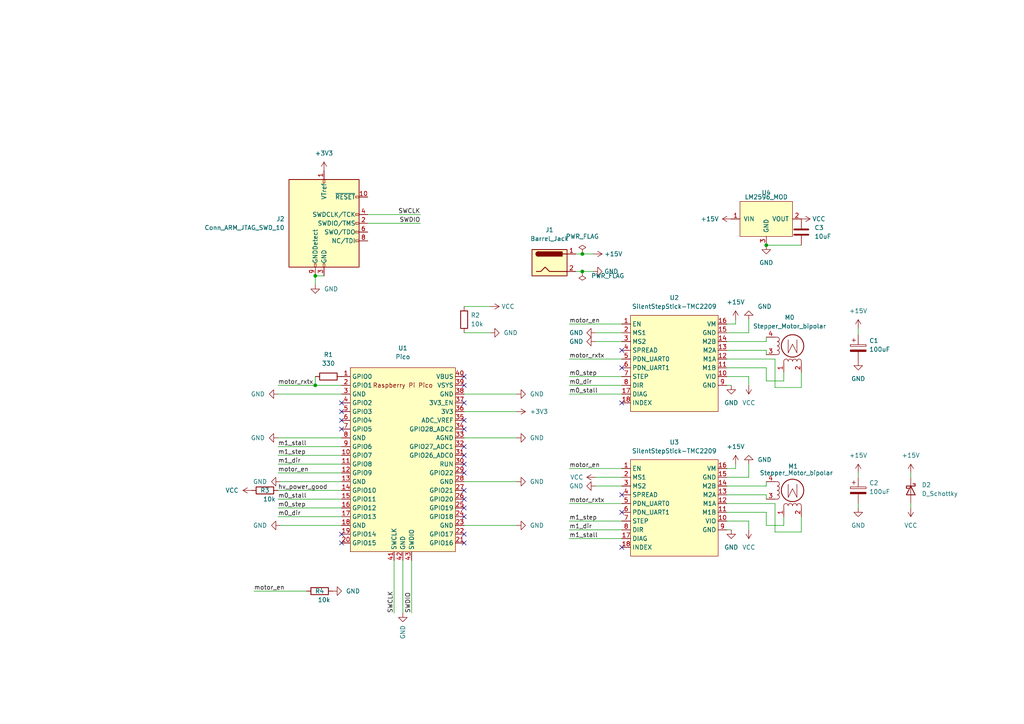
<source format=kicad_sch>
(kicad_sch (version 20211123) (generator eeschema)
  (paper "A4")
  (lib_symbols
    (symbol "Chinesium:LM2596_MOD" (pin_names (offset 1.016))
      (property "Reference" "U" (at 0 8.89 0))
      (property "Value" "LM2596_MOD" (at 0 6.35 0))
      (symbol "LM2596_MOD_0_1"
        (rectangle (start 7.62 -5.08) (end -7.62 5.08) (fill (type background)))
      )
      (symbol "LM2596_MOD_1_1"
        (pin power_in line (at -10.16 0 0) (length 2.54) (name "VIN") (number "1"))
        (pin power_out line (at 10.16 0 180) (length 2.54) (name "VOUT") (number "2"))
        (pin power_in line (at 0 -7.62 90) (length 2.54) (name "GND") (number "3"))
      )
    )
    (symbol "Connector:Barrel_Jack" (pin_names (offset 1.016))
      (property "Reference" "J" (at 0 5.334 0))
      (property "Value" "Barrel_Jack" (at 0 -5.08 0))
      (symbol "Barrel_Jack_0_1"
        (rectangle (start -5.08 3.81) (end 5.08 -3.81) (stroke (width 0.254)) (fill (type background)))
        (arc (start -3.302 3.175) (mid -3.937 2.54) (end -3.302 1.905) (stroke (width 0.254)))
        (arc (start -3.302 3.175) (mid -3.937 2.54) (end -3.302 1.905) (stroke (width 0.254)) (fill (type outline)))
        (polyline (pts (xy 5.08 2.54) (xy 3.81 2.54)) (stroke (width 0.254)))
        (polyline (pts (xy -3.81 -2.54) (xy -2.54 -2.54) (xy -1.27 -1.27) (xy 0 -2.54) (xy 2.54 -2.54) (xy 5.08 -2.54)) (stroke (width 0.254)))
        (rectangle (start 3.683 3.175) (end -3.302 1.905) (stroke (width 0.254)) (fill (type outline)))
      )
      (symbol "Barrel_Jack_1_1"
        (pin passive line (at 7.62 2.54 180) (length 2.54) (name "~") (number "1"))
        (pin passive line (at 7.62 -2.54 180) (length 2.54) (name "~") (number "2"))
      )
    )
    (symbol "Connector:Conn_ARM_JTAG_SWD_10" (pin_names (offset 1.016))
      (property "Reference" "J" (at -2.54 16.51 0))
      (property "Value" "Conn_ARM_JTAG_SWD_10" (at -2.54 13.97 0))
      (symbol "Conn_ARM_JTAG_SWD_10_0_1"
        (rectangle (start -10.16 12.7) (end 10.16 -12.7) (stroke (width 0.254)) (fill (type background)))
        (rectangle (start -2.794 -12.7) (end -2.286 -11.684))
        (rectangle (start -0.254 -12.7) (end 0.254 -11.684))
        (rectangle (start -0.254 12.7) (end 0.254 11.684))
        (rectangle (start 9.144 2.286) (end 10.16 2.794))
        (rectangle (start 10.16 -2.794) (end 9.144 -2.286))
        (rectangle (start 10.16 -0.254) (end 9.144 0.254))
        (rectangle (start 10.16 7.874) (end 9.144 7.366))
      )
      (symbol "Conn_ARM_JTAG_SWD_10_1_1"
        (rectangle (start 9.144 -5.334) (end 10.16 -4.826))
        (pin power_in line (at 0 15.24 270) (length 2.54) (name "VTref") (number "1"))
        (pin open_collector line (at 12.7 7.62 180) (length 2.54) (name "~{RESET}") (number "10"))
        (pin bidirectional line (at 12.7 0 180) (length 2.54) (name "SWDIO/TMS") (number "2"))
        (pin power_in line (at 0 -15.24 90) (length 2.54) (name "GND") (number "3"))
        (pin output line (at 12.7 2.54 180) (length 2.54) (name "SWDCLK/TCK") (number "4"))
        (pin passive line (at 0 -15.24 90) (length 2.54) hide (name "GND") (number "5"))
        (pin input line (at 12.7 -2.54 180) (length 2.54) (name "SWO/TDO") (number "6"))
        (pin no_connect line (at -10.16 0 0) (length 2.54) hide (name "KEY") (number "7"))
        (pin output line (at 12.7 -5.08 180) (length 2.54) (name "NC/TDI") (number "8"))
        (pin passive line (at -2.54 -15.24 90) (length 2.54) (name "GNDDetect") (number "9"))
      )
    )
    (symbol "Device:C" (pin_numbers hide) (pin_names (offset 0.254))
      (property "Reference" "C" (at 0.635 2.54 0))
      (property "Value" "C" (at 0.635 -2.54 0))
      (symbol "C_0_1"
        (polyline (pts (xy -2.032 -0.762) (xy 2.032 -0.762)) (stroke (width 0.508)))
        (polyline (pts (xy -2.032 0.762) (xy 2.032 0.762)) (stroke (width 0.508)))
      )
      (symbol "C_1_1"
        (pin passive line (at 0 3.81 270) (length 2.794) (name "~") (number "1"))
        (pin passive line (at 0 -3.81 90) (length 2.794) (name "~") (number "2"))
      )
    )
    (symbol "Device:C_Polarized" (pin_numbers hide) (pin_names (offset 0.254))
      (property "Reference" "C" (at 0.635 2.54 0))
      (property "Value" "C_Polarized" (at 0.635 -2.54 0))
      (symbol "C_Polarized_0_1"
        (rectangle (start -2.286 0.508) (end 2.286 1.016))
        (polyline (pts (xy -1.778 2.286) (xy -0.762 2.286)))
        (polyline (pts (xy -1.27 2.794) (xy -1.27 1.778)))
        (rectangle (start 2.286 -0.508) (end -2.286 -1.016) (fill (type outline)))
      )
      (symbol "C_Polarized_1_1"
        (pin passive line (at 0 3.81 270) (length 2.794) (name "~") (number "1"))
        (pin passive line (at 0 -3.81 90) (length 2.794) (name "~") (number "2"))
      )
    )
    (symbol "Device:D_Schottky" (pin_numbers hide) (pin_names (offset 1.016) hide)
      (property "Reference" "D" (at 0 2.54 0))
      (property "Value" "D_Schottky" (at 0 -2.54 0))
      (symbol "D_Schottky_0_1"
        (polyline (pts (xy 1.27 0) (xy -1.27 0)))
        (polyline (pts (xy 1.27 1.27) (xy 1.27 -1.27) (xy -1.27 0) (xy 1.27 1.27)) (stroke (width 0.254)))
        (polyline (pts (xy -1.905 0.635) (xy -1.905 1.27) (xy -1.27 1.27) (xy -1.27 -1.27) (xy -0.635 -1.27) (xy -0.635 -0.635)) (stroke (width 0.254)))
      )
      (symbol "D_Schottky_1_1"
        (pin passive line (at -3.81 0 0) (length 2.54) (name "K") (number "1"))
        (pin passive line (at 3.81 0 180) (length 2.54) (name "A") (number "2"))
      )
    )
    (symbol "Device:R" (pin_numbers hide) (pin_names (offset 0))
      (property "Reference" "R" (at 2.032 0 90))
      (property "Value" "R" (at 0 0 90))
      (symbol "R_0_1"
        (rectangle (start -1.016 -2.54) (end 1.016 2.54) (stroke (width 0.254)))
      )
      (symbol "R_1_1"
        (pin passive line (at 0 3.81 270) (length 1.27) (name "~") (number "1"))
        (pin passive line (at 0 -3.81 90) (length 1.27) (name "~") (number "2"))
      )
    )
    (symbol "MCU_RaspberryPi_and_Boards:Pico"
      (property "Reference" "U" (at -13.97 27.94 0))
      (property "Value" "Pico" (at 0 19.05 0))
      (symbol "Pico_0_0"
        (text "Raspberry Pi Pico" (at 0 21.59 0) (effects (font (size 1.27 1.27))))
      )
      (symbol "Pico_0_1"
        (rectangle (start -15.24 26.67) (end 15.24 -26.67) (fill (type background)))
      )
      (symbol "Pico_1_1"
        (pin bidirectional line (at -17.78 24.13 0) (length 2.54) (name "GPIO0") (number "1"))
        (pin bidirectional line (at -17.78 1.27 0) (length 2.54) (name "GPIO7") (number "10"))
        (pin bidirectional line (at -17.78 -1.27 0) (length 2.54) (name "GPIO8") (number "11"))
        (pin bidirectional line (at -17.78 -3.81 0) (length 2.54) (name "GPIO9") (number "12"))
        (pin power_in line (at -17.78 -6.35 0) (length 2.54) (name "GND") (number "13"))
        (pin bidirectional line (at -17.78 -8.89 0) (length 2.54) (name "GPIO10") (number "14"))
        (pin bidirectional line (at -17.78 -11.43 0) (length 2.54) (name "GPIO11") (number "15"))
        (pin bidirectional line (at -17.78 -13.97 0) (length 2.54) (name "GPIO12") (number "16"))
        (pin bidirectional line (at -17.78 -16.51 0) (length 2.54) (name "GPIO13") (number "17"))
        (pin power_in line (at -17.78 -19.05 0) (length 2.54) (name "GND") (number "18"))
        (pin bidirectional line (at -17.78 -21.59 0) (length 2.54) (name "GPIO14") (number "19"))
        (pin bidirectional line (at -17.78 21.59 0) (length 2.54) (name "GPIO1") (number "2"))
        (pin bidirectional line (at -17.78 -24.13 0) (length 2.54) (name "GPIO15") (number "20"))
        (pin bidirectional line (at 17.78 -24.13 180) (length 2.54) (name "GPIO16") (number "21"))
        (pin bidirectional line (at 17.78 -21.59 180) (length 2.54) (name "GPIO17") (number "22"))
        (pin power_in line (at 17.78 -19.05 180) (length 2.54) (name "GND") (number "23"))
        (pin bidirectional line (at 17.78 -16.51 180) (length 2.54) (name "GPIO18") (number "24"))
        (pin bidirectional line (at 17.78 -13.97 180) (length 2.54) (name "GPIO19") (number "25"))
        (pin bidirectional line (at 17.78 -11.43 180) (length 2.54) (name "GPIO20") (number "26"))
        (pin bidirectional line (at 17.78 -8.89 180) (length 2.54) (name "GPIO21") (number "27"))
        (pin power_in line (at 17.78 -6.35 180) (length 2.54) (name "GND") (number "28"))
        (pin bidirectional line (at 17.78 -3.81 180) (length 2.54) (name "GPIO22") (number "29"))
        (pin power_in line (at -17.78 19.05 0) (length 2.54) (name "GND") (number "3"))
        (pin input line (at 17.78 -1.27 180) (length 2.54) (name "RUN") (number "30"))
        (pin bidirectional line (at 17.78 1.27 180) (length 2.54) (name "GPIO26_ADC0") (number "31"))
        (pin bidirectional line (at 17.78 3.81 180) (length 2.54) (name "GPIO27_ADC1") (number "32"))
        (pin power_in line (at 17.78 6.35 180) (length 2.54) (name "AGND") (number "33"))
        (pin bidirectional line (at 17.78 8.89 180) (length 2.54) (name "GPIO28_ADC2") (number "34"))
        (pin power_in line (at 17.78 11.43 180) (length 2.54) (name "ADC_VREF") (number "35"))
        (pin power_in line (at 17.78 13.97 180) (length 2.54) (name "3V3") (number "36"))
        (pin input line (at 17.78 16.51 180) (length 2.54) (name "3V3_EN") (number "37"))
        (pin power_in line (at 17.78 19.05 180) (length 2.54) (name "GND") (number "38"))
        (pin power_in line (at 17.78 21.59 180) (length 2.54) (name "VSYS") (number "39"))
        (pin bidirectional line (at -17.78 16.51 0) (length 2.54) (name "GPIO2") (number "4"))
        (pin power_in line (at 17.78 24.13 180) (length 2.54) (name "VBUS") (number "40"))
        (pin input line (at -2.54 -29.21 90) (length 2.54) (name "SWCLK") (number "41"))
        (pin power_in line (at 0 -29.21 90) (length 2.54) (name "GND") (number "42"))
        (pin bidirectional line (at 2.54 -29.21 90) (length 2.54) (name "SWDIO") (number "43"))
        (pin bidirectional line (at -17.78 13.97 0) (length 2.54) (name "GPIO3") (number "5"))
        (pin bidirectional line (at -17.78 11.43 0) (length 2.54) (name "GPIO4") (number "6"))
        (pin bidirectional line (at -17.78 8.89 0) (length 2.54) (name "GPIO5") (number "7"))
        (pin power_in line (at -17.78 6.35 0) (length 2.54) (name "GND") (number "8"))
        (pin bidirectional line (at -17.78 3.81 0) (length 2.54) (name "GPIO6") (number "9"))
      )
    )
    (symbol "Motor:Stepper_Motor_bipolar" (pin_names (offset 0) hide)
      (property "Reference" "M" (at 3.81 2.54 0))
      (property "Value" "Stepper_Motor_bipolar" (at 3.81 1.27 0))
      (symbol "Stepper_Motor_bipolar_0_0"
        (polyline (pts (xy -1.27 -1.778) (xy -1.27 2.032) (xy 0 -0.508) (xy 1.27 2.032) (xy 1.27 -1.778)))
      )
      (symbol "Stepper_Motor_bipolar_0_1"
        (arc (start -4.445 -2.54) (mid -3.81 -1.905) (end -4.445 -1.27))
        (arc (start -4.445 -1.27) (mid -3.81 -0.635) (end -4.445 0))
        (arc (start -4.445 0) (mid -3.81 0.635) (end -4.445 1.27))
        (arc (start -4.445 1.27) (mid -3.81 1.905) (end -4.445 2.54))
        (arc (start -2.54 4.445) (mid -1.905 3.81) (end -1.27 4.445))
        (arc (start -1.27 4.445) (mid -0.635 3.81) (end 0 4.445))
        (polyline (pts (xy -5.08 -2.54) (xy -4.445 -2.54)))
        (polyline (pts (xy -5.08 2.54) (xy -4.445 2.54)))
        (polyline (pts (xy -2.54 5.08) (xy -2.54 4.445)))
        (polyline (pts (xy 2.54 5.08) (xy 2.54 4.445)))
        (circle (center 0 0) (radius 3.2512) (stroke (width 0.254)))
        (arc (start 0 4.445) (mid 0.635 3.81) (end 1.27 4.445))
        (arc (start 1.27 4.445) (mid 1.905 3.81) (end 2.54 4.445))
      )
      (symbol "Stepper_Motor_bipolar_1_1"
        (pin passive line (at -2.54 7.62 270) (length 2.54) (name "~") (number "1"))
        (pin passive line (at 2.54 7.62 270) (length 2.54) (name "-") (number "2"))
        (pin passive line (at -7.62 2.54 0) (length 2.54) (name "~") (number "3"))
        (pin passive line (at -7.62 -2.54 0) (length 2.54) (name "~") (number "4"))
      )
    )
    (symbol "film-scanner-lib:SilentStepStick-TMC2209"
      (property "Reference" "U" (at 0 -6.35 0))
      (property "Value" "SilentStepStick-TMC2209" (at 0 -8.89 0))
      (symbol "SilentStepStick-TMC2209_0_1"
        (rectangle (start -12.7 25.4) (end 12.7 -2.54) (fill (type background)))
      )
      (symbol "SilentStepStick-TMC2209_1_1"
        (pin input line (at -15.24 22.86 0) (length 2.54) (name "EN") (number "1"))
        (pin power_in line (at 15.24 7.62 180) (length 2.54) (name "VIO") (number "10"))
        (pin output line (at 15.24 10.16 180) (length 2.54) (name "M1B") (number "11"))
        (pin output line (at 15.24 12.7 180) (length 2.54) (name "M1A") (number "12"))
        (pin output line (at 15.24 15.24 180) (length 2.54) (name "M2A") (number "13"))
        (pin output line (at 15.24 17.78 180) (length 2.54) (name "M2B") (number "14"))
        (pin power_in line (at 15.24 20.32 180) (length 2.54) (name "GND") (number "15"))
        (pin power_in line (at 15.24 22.86 180) (length 2.54) (name "VM") (number "16"))
        (pin output line (at -15.24 2.54 0) (length 2.54) (name "DIAG") (number "17"))
        (pin output line (at -15.24 0 0) (length 2.54) (name "INDEX") (number "18"))
        (pin input line (at -15.24 20.32 0) (length 2.54) (name "MS1") (number "2"))
        (pin input line (at -15.24 17.78 0) (length 2.54) (name "MS2") (number "3"))
        (pin input line (at -15.24 15.24 0) (length 2.54) (name "SPREAD") (number "4"))
        (pin bidirectional line (at -15.24 12.7 0) (length 2.54) (name "PDN_UART0") (number "5"))
        (pin input line (at -15.24 10.16 0) (length 2.54) (name "PDN_UART1") (number "6"))
        (pin input line (at -15.24 7.62 0) (length 2.54) (name "STEP") (number "7"))
        (pin input line (at -15.24 5.08 0) (length 2.54) (name "DIR") (number "8"))
        (pin power_in line (at 15.24 5.08 180) (length 2.54) (name "GND") (number "9"))
      )
    )
    (symbol "power:+15V" (power) (pin_names (offset 0))
      (property "Value" "+15V" (at 0 3.556 0))
      (symbol "+15V_0_1"
        (polyline (pts (xy -0.762 1.27) (xy 0 2.54)))
        (polyline (pts (xy 0 0) (xy 0 2.54)))
        (polyline (pts (xy 0 2.54) (xy 0.762 1.27)))
      )
      (symbol "+15V_1_1"
        (pin power_in line (at 0 0 90) (length 0) hide (name "+15V") (number "1"))
      )
    )
    (symbol "power:+3V3" (power) (pin_names (offset 0))
      (property "Value" "+3V3" (at 0 3.556 0))
      (symbol "+3V3_0_1"
        (polyline (pts (xy -0.762 1.27) (xy 0 2.54)))
        (polyline (pts (xy 0 0) (xy 0 2.54)))
        (polyline (pts (xy 0 2.54) (xy 0.762 1.27)))
      )
      (symbol "+3V3_1_1"
        (pin power_in line (at 0 0 90) (length 0) hide (name "+3V3") (number "1"))
      )
    )
    (symbol "power:GND" (power) (pin_names (offset 0))
      (property "Value" "GND" (at 0 -3.81 0))
      (symbol "GND_0_1"
        (polyline (pts (xy 0 0) (xy 0 -1.27) (xy 1.27 -1.27) (xy 0 -2.54) (xy -1.27 -1.27) (xy 0 -1.27)))
      )
      (symbol "GND_1_1"
        (pin power_in line (at 0 0 270) (length 0) hide (name "GND") (number "1"))
      )
    )
    (symbol "power:PWR_FLAG" (power) (pin_numbers hide) (pin_names (offset 0) hide)
      (property "Value" "PWR_FLAG" (at 0 3.81 0))
      (symbol "PWR_FLAG_0_0"
        (pin power_out line (at 0 0 90) (length 0) (name "pwr") (number "1"))
      )
      (symbol "PWR_FLAG_0_1"
        (polyline (pts (xy 0 0) (xy 0 1.27) (xy -1.016 1.905) (xy 0 2.54) (xy 1.016 1.905) (xy 0 1.27)))
      )
    )
    (symbol "power:VCC" (power) (pin_names (offset 0))
      (property "Value" "VCC" (at 0 3.81 0))
      (symbol "VCC_0_1"
        (polyline (pts (xy -0.762 1.27) (xy 0 2.54)))
        (polyline (pts (xy 0 0) (xy 0 2.54)))
        (polyline (pts (xy 0 2.54) (xy 0.762 1.27)))
      )
      (symbol "VCC_1_1"
        (pin power_in line (at 0 0 90) (length 0) hide (name "VCC") (number "1"))
      )
    )
  )
  (junction (at 91.44 80.01))
  (junction (at 168.91 73.66))
  (junction (at 91.44 111.76))
  (junction (at 222.25 71.12))
  (junction (at 168.91 78.74))
  (no_connect (at 134.62 144.78))
  (no_connect (at 134.62 147.32))
  (no_connect (at 134.62 149.86))
  (no_connect (at 134.62 137.16))
  (no_connect (at 134.62 142.24))
  (no_connect (at 134.62 116.84))
  (no_connect (at 134.62 121.92))
  (no_connect (at 99.06 157.48))
  (no_connect (at 134.62 154.94))
  (no_connect (at 134.62 109.22))
  (no_connect (at 134.62 111.76))
  (no_connect (at 134.62 157.48))
  (no_connect (at 99.06 154.94))
  (no_connect (at 99.06 124.46))
  (no_connect (at 99.06 116.84))
  (no_connect (at 99.06 119.38))
  (no_connect (at 99.06 121.92))
  (no_connect (at 134.62 129.54))
  (no_connect (at 134.62 132.08))
  (no_connect (at 134.62 134.62))
  (no_connect (at 134.62 124.46))
  (no_connect (at 180.34 143.51))
  (no_connect (at 180.34 148.59))
  (no_connect (at 180.34 158.75))
  (no_connect (at 180.34 106.68))
  (no_connect (at 180.34 101.6))
  (no_connect (at 180.34 116.84))
  (wire (pts (xy 80.645 149.86) (xy 99.06 149.86)))
  (wire (pts (xy 80.645 137.16) (xy 99.06 137.16)))
  (wire (pts (xy 210.82 104.14) (xy 224.79 104.14)))
  (wire (pts (xy 227.33 110.49) (xy 227.33 107.95)))
  (wire (pts (xy 222.25 102.87) (xy 222.25 101.6)))
  (wire (pts (xy 165.1 114.3) (xy 180.34 114.3)))
  (wire (pts (xy 232.41 154.305) (xy 232.41 149.86)))
  (wire (pts (xy 222.25 110.49) (xy 227.33 110.49)))
  (wire (pts (xy 99.06 114.3) (xy 80.645 114.3)))
  (wire (pts (xy 134.62 152.4) (xy 149.86 152.4)))
  (wire (pts (xy 227.33 152.4) (xy 227.33 149.86)))
  (wire (pts (xy 224.79 146.05) (xy 224.79 154.305)))
  (wire (pts (xy 134.62 127) (xy 149.86 127)))
  (wire (pts (xy 99.06 127) (xy 80.645 127)))
  (wire (pts (xy 80.645 129.54) (xy 99.06 129.54)))
  (wire (pts (xy 248.92 95.25) (xy 248.92 97.155)))
  (wire (pts (xy 114.3 162.56) (xy 114.3 177.8)))
  (wire (pts (xy 165.1 156.21) (xy 180.34 156.21)))
  (wire (pts (xy 172.72 96.52) (xy 180.34 96.52)))
  (wire (pts (xy 168.91 73.66) (xy 172.085 73.66)))
  (wire (pts (xy 210.82 153.67) (xy 212.09 153.67)))
  (wire (pts (xy 91.44 109.22) (xy 91.44 111.76)))
  (wire (pts (xy 91.44 111.76) (xy 99.06 111.76)))
  (wire (pts (xy 80.645 134.62) (xy 99.06 134.62)))
  (wire (pts (xy 165.1 111.76) (xy 180.34 111.76)))
  (wire (pts (xy 222.25 144.78) (xy 222.25 143.51)))
  (wire (pts (xy 172.72 140.97) (xy 180.34 140.97)))
  (wire (pts (xy 210.82 111.76) (xy 212.09 111.76)))
  (wire (pts (xy 248.92 137.16) (xy 248.92 138.43)))
  (wire (pts (xy 232.41 112.395) (xy 232.41 107.95)))
  (wire (pts (xy 222.25 152.4) (xy 227.33 152.4)))
  (wire (pts (xy 217.17 109.22) (xy 217.17 111.76)))
  (wire (pts (xy 213.36 92.71) (xy 213.36 93.98)))
  (wire (pts (xy 248.92 146.05) (xy 248.92 147.32)))
  (wire (pts (xy 134.62 88.9) (xy 142.24 88.9)))
  (wire (pts (xy 91.44 80.01) (xy 93.98 80.01)))
  (wire (pts (xy 213.36 135.89) (xy 210.82 135.89)))
  (wire (pts (xy 264.16 146.05) (xy 264.16 147.32)))
  (wire (pts (xy 99.06 139.7) (xy 81.28 139.7)))
  (wire (pts (xy 172.72 138.43) (xy 180.34 138.43)))
  (wire (pts (xy 165.1 109.22) (xy 180.34 109.22)))
  (wire (pts (xy 149.86 119.38) (xy 134.62 119.38)))
  (wire (pts (xy 222.25 101.6) (xy 210.82 101.6)))
  (wire (pts (xy 167.005 73.66) (xy 168.91 73.66)))
  (wire (pts (xy 165.1 135.89) (xy 180.34 135.89)))
  (wire (pts (xy 217.17 138.43) (xy 210.82 138.43)))
  (wire (pts (xy 119.38 162.56) (xy 119.38 177.8)))
  (wire (pts (xy 165.1 146.05) (xy 180.34 146.05)))
  (wire (pts (xy 222.25 143.51) (xy 210.82 143.51)))
  (wire (pts (xy 116.84 177.8) (xy 116.84 162.56)))
  (wire (pts (xy 80.645 111.76) (xy 91.44 111.76)))
  (wire (pts (xy 134.62 96.52) (xy 142.24 96.52)))
  (wire (pts (xy 217.17 151.13) (xy 217.17 153.67)))
  (wire (pts (xy 165.1 151.13) (xy 180.34 151.13)))
  (wire (pts (xy 210.82 148.59) (xy 222.25 148.59)))
  (wire (pts (xy 210.82 109.22) (xy 217.17 109.22)))
  (wire (pts (xy 222.25 106.68) (xy 222.25 110.49)))
  (wire (pts (xy 210.82 106.68) (xy 222.25 106.68)))
  (wire (pts (xy 73.66 171.45) (xy 88.9 171.45)))
  (wire (pts (xy 264.16 137.16) (xy 264.16 138.43)))
  (wire (pts (xy 217.17 134.62) (xy 217.17 138.43)))
  (wire (pts (xy 213.36 93.98) (xy 210.82 93.98)))
  (wire (pts (xy 165.1 93.98) (xy 180.34 93.98)))
  (wire (pts (xy 222.25 71.12) (xy 232.41 71.12)))
  (wire (pts (xy 210.82 140.97) (xy 222.25 140.97)))
  (wire (pts (xy 168.91 78.74) (xy 172.085 78.74)))
  (wire (pts (xy 217.17 96.52) (xy 210.82 96.52)))
  (wire (pts (xy 217.17 92.71) (xy 217.17 96.52)))
  (wire (pts (xy 222.25 99.06) (xy 222.25 97.79)))
  (wire (pts (xy 210.82 146.05) (xy 224.79 146.05)))
  (wire (pts (xy 80.645 132.08) (xy 99.06 132.08)))
  (wire (pts (xy 172.72 99.06) (xy 180.34 99.06)))
  (wire (pts (xy 224.79 154.305) (xy 232.41 154.305)))
  (wire (pts (xy 99.06 152.4) (xy 81.28 152.4)))
  (wire (pts (xy 165.1 104.14) (xy 180.34 104.14)))
  (wire (pts (xy 210.82 99.06) (xy 222.25 99.06)))
  (wire (pts (xy 134.62 139.7) (xy 149.86 139.7)))
  (wire (pts (xy 134.62 114.3) (xy 149.86 114.3)))
  (wire (pts (xy 165.1 153.67) (xy 180.34 153.67)))
  (wire (pts (xy 213.36 134.62) (xy 213.36 135.89)))
  (wire (pts (xy 222.25 148.59) (xy 222.25 152.4)))
  (wire (pts (xy 106.68 62.23) (xy 121.92 62.23)))
  (wire (pts (xy 106.68 64.77) (xy 121.92 64.77)))
  (wire (pts (xy 80.645 144.78) (xy 99.06 144.78)))
  (wire (pts (xy 224.79 104.14) (xy 224.79 112.395)))
  (wire (pts (xy 224.79 112.395) (xy 232.41 112.395)))
  (wire (pts (xy 167.005 78.74) (xy 168.91 78.74)))
  (wire (pts (xy 222.25 140.97) (xy 222.25 139.7)))
  (wire (pts (xy 80.645 142.24) (xy 99.06 142.24)))
  (wire (pts (xy 210.82 151.13) (xy 217.17 151.13)))
  (wire (pts (xy 80.645 147.32) (xy 99.06 147.32)))
  (wire (pts (xy 91.44 82.55) (xy 91.44 80.01)))
  (label "SWCLK" (at 114.3 177.8 90))
  (label "m0_step" (at 80.645 147.32 0))
  (label "m1_step" (at 165.1 151.13 0))
  (label "m1_stall" (at 165.1 156.21 0))
  (label "m0_dir" (at 80.645 149.86 0))
  (label "motor_en" (at 165.1 93.98 0))
  (label "m1_stall" (at 80.645 129.54 0))
  (label "m1_step" (at 80.645 132.08 0))
  (label "m0_stall" (at 80.645 144.78 0))
  (label "motor_en" (at 80.645 137.16 0))
  (label "SWDIO" (at 121.92 64.77 180))
  (label "m1_dir" (at 80.645 134.62 0))
  (label "m0_step" (at 165.1 109.22 0))
  (label "motor_rxtx" (at 165.1 104.14 0))
  (label "m0_dir" (at 165.1 111.76 0))
  (label "motor_en" (at 165.1 135.89 0))
  (label "motor_rxtx" (at 80.645 111.76 0))
  (label "motor_rxtx" (at 165.1 146.05 0))
  (label "SWCLK" (at 121.92 62.23 180))
  (label "m0_stall" (at 165.1 114.3 0))
  (label "m1_dir" (at 165.1 153.67 0))
  (label "SWDIO" (at 119.38 177.8 90))
  (label "motor_en" (at 73.66 171.45 0))
  (label "hv_power_good" (at 80.645 142.24 0))
  (symbol (lib_id "power:VCC") (at 142.24 88.9 270) (unit 1)
    (property "Reference" "#PWR0114" (effects hide))
    (property "Value" "VCC" (at 145.415 88.8999 90) (effects (justify left)))
  )
  (symbol (lib_id "power:+15V") (at 172.085 73.66 270) (unit 1)
    (property "Reference" "#PWR0121" (effects hide))
    (property "Value" "+15V" (at 175.26 73.6599 90) (effects (justify left)))
  )
  (symbol (lib_id "power:GND") (at 81.28 139.7 270) (unit 1)
    (property "Reference" "#PWR0124" (effects hide))
    (property "Value" "GND" (at 77.47 139.7001 90) (effects (justify right)))
  )
  (symbol (lib_id "film-scanner-lib:SilentStepStick-TMC2209") (at 195.58 158.75 0) (unit 1)
    (property "Reference" "U3" (at 195.58 128.27 0))
    (property "Value" "SilentStepStick-TMC2209" (at 195.58 130.81 0))
    (property "Footprint" "film-scanner-fp:SilentStepStick_Breakout-18_15.2x20.3mm" (effects hide))
  )
  (symbol (lib_id "power:+3V3") (at 93.98 49.53 0) (unit 1)
    (property "Reference" "#PWR0138" (effects hide))
    (property "Value" "+3V3" (at 93.98 44.45 0))
  )
  (symbol (lib_id "power:GND") (at 217.17 92.71 180) (unit 1)
    (property "Reference" "#PWR0119" (effects hide))
    (property "Value" "GND" (at 219.71 88.9 0) (effects (justify right)))
  )
  (symbol (lib_id "power:+15V") (at 248.92 95.25 0) (unit 1)
    (property "Reference" "#PWR0118" (effects hide))
    (property "Value" "+15V" (at 248.92 90.17 0))
  )
  (symbol (lib_id "Device:R") (at 76.835 142.24 90) (unit 1)
    (property "Reference" "R3" (at 76.835 142.24 90))
    (property "Value" "10k" (at 78.105 144.78 90))
    (property "Footprint" "Resistor_SMD:R_0805_2012Metric_Pad1.20x1.40mm_HandSolder" (effects hide))
  )
  (symbol (lib_id "Motor:Stepper_Motor_bipolar") (at 229.87 142.24 0) (mirror x) (unit 1)
    (property "Reference" "M1" (at 228.6 135.255 0) (effects (justify left)))
    (property "Value" "Stepper_Motor_bipolar" (at 220.345 137.16 0) (effects (justify left)))
    (property "Footprint" "TerminalBlock_Phoenix:TerminalBlock_Phoenix_PT-1,5-4-3.5-H_1x04_P3.50mm_Horizontal" (effects hide))
    (property "Datasheet" "http://www.infineon.com/dgdl/Application-Note-TLE8110EE_driving_UniPolarStepperMotor_V1.1.pdf?fileId=db3a30431be39b97011be5d0aa0a00b0" (effects hide))
  )
  (symbol (lib_id "power:GND") (at 212.09 111.76 0) (unit 1)
    (property "Reference" "#PWR0110" (effects hide))
    (property "Value" "GND" (at 212.09 116.84 0))
  )
  (symbol (lib_id "power:PWR_FLAG") (at 168.91 73.66 0) (unit 1)
    (property "Reference" "#FLG0101" (effects hide))
    (property "Value" "PWR_FLAG" (at 168.91 68.58 0))
  )
  (symbol (lib_id "Device:R") (at 134.62 92.71 0) (unit 1)
    (property "Reference" "R2" (at 136.525 91.4399 0) (effects (justify left)))
    (property "Value" "10k" (at 136.525 93.9799 0) (effects (justify left)))
    (property "Footprint" "Resistor_SMD:R_0805_2012Metric_Pad1.20x1.40mm_HandSolder" (effects hide))
  )
  (symbol (lib_id "power:GND") (at 172.085 78.74 90) (unit 1)
    (property "Reference" "#PWR0122" (effects hide))
    (property "Value" "GND" (at 175.26 78.7399 90) (effects (justify right)))
  )
  (symbol (lib_id "MCU_RaspberryPi_and_Boards:Pico") (at 116.84 133.35 0) (unit 1)
    (property "Reference" "U1" (at 116.84 100.965 0))
    (property "Value" "Pico" (at 116.84 103.505 0))
    (property "Footprint" "MCU_RaspberryPi_and_Boards:RPi_Pico_SMD_TH" (effects hide))
  )
  (symbol (lib_id "Device:R") (at 95.25 109.22 90) (unit 1)
    (property "Reference" "R1" (at 95.25 102.87 90))
    (property "Value" "330" (at 95.25 105.41 90))
    (property "Footprint" "Resistor_SMD:R_0805_2012Metric_Pad1.20x1.40mm_HandSolder" (effects hide))
  )
  (symbol (lib_id "power:GND") (at 80.645 127 270) (unit 1)
    (property "Reference" "#PWR0125" (effects hide))
    (property "Value" "GND" (at 76.835 127.0001 90) (effects (justify right)))
  )
  (symbol (lib_id "power:GND") (at 172.72 96.52 270) (unit 1)
    (property "Reference" "#PWR0111" (effects hide))
    (property "Value" "GND" (at 165.1 96.52 90) (effects (justify left)))
  )
  (symbol (lib_id "power:GND") (at 91.44 82.55 0) (unit 1)
    (property "Reference" "#PWR0137" (effects hide))
    (property "Value" "GND" (at 93.98 83.8199 0) (effects (justify left)))
  )
  (symbol (lib_id "film-scanner-lib:SilentStepStick-TMC2209") (at 195.58 116.84 0) (unit 1)
    (property "Reference" "U2" (at 195.58 86.36 0))
    (property "Value" "SilentStepStick-TMC2209" (at 195.58 88.9 0))
    (property "Footprint" "film-scanner-fp:SilentStepStick_Breakout-18_15.2x20.3mm" (effects hide))
  )
  (symbol (lib_id "power:+15V") (at 213.36 134.62 0) (unit 1)
    (property "Reference" "#PWR0102" (effects hide))
    (property "Value" "+15V" (at 213.36 129.54 0))
  )
  (symbol (lib_id "power:VCC") (at 264.16 147.32 180) (unit 1)
    (property "Reference" "#PWR0107" (effects hide))
    (property "Value" "VCC" (at 264.16 152.4 0))
  )
  (symbol (lib_id "power:GND") (at 80.645 114.3 270) (unit 1)
    (property "Reference" "#PWR0126" (effects hide))
    (property "Value" "GND" (at 76.835 114.3001 90) (effects (justify right)))
  )
  (symbol (lib_id "power:GND") (at 149.86 114.3 90) (unit 1)
    (property "Reference" "#PWR0130" (effects hide))
    (property "Value" "GND" (at 153.67 114.2999 90) (effects (justify right)))
  )
  (symbol (lib_id "power:GND") (at 116.84 177.8 0) (unit 1)
    (property "Reference" "#PWR0136" (effects hide))
    (property "Value" "GND" (at 116.84 185.42 90) (effects (justify left)))
  )
  (symbol (lib_id "power:GND") (at 248.92 104.775 0) (unit 1)
    (property "Reference" "#PWR0117" (effects hide))
    (property "Value" "GND" (at 248.92 109.855 0))
  )
  (symbol (lib_id "power:+15V") (at 264.16 137.16 0) (unit 1)
    (property "Reference" "#PWR0116" (effects hide))
    (property "Value" "+15V" (at 264.16 132.08 0))
  )
  (symbol (lib_id "power:+15V") (at 213.36 92.71 0) (unit 1)
    (property "Reference" "#PWR0120" (effects hide))
    (property "Value" "+15V" (at 213.36 87.63 0))
  )
  (symbol (lib_id "power:GND") (at 149.86 139.7 90) (unit 1)
    (property "Reference" "#PWR0131" (effects hide))
    (property "Value" "GND" (at 153.67 139.6999 90) (effects (justify right)))
  )
  (symbol (lib_id "power:GND") (at 212.09 153.67 0) (unit 1)
    (property "Reference" "#PWR0104" (effects hide))
    (property "Value" "GND" (at 212.09 158.75 0))
  )
  (symbol (lib_id "Motor:Stepper_Motor_bipolar") (at 229.87 100.33 0) (mirror x) (unit 1)
    (property "Reference" "M0" (at 229.0191 92.075 0))
    (property "Value" "Stepper_Motor_bipolar" (at 229.0191 94.615 0))
    (property "Footprint" "TerminalBlock_Phoenix:TerminalBlock_Phoenix_PT-1,5-4-3.5-H_1x04_P3.50mm_Horizontal" (effects hide))
    (property "Datasheet" "http://www.infineon.com/dgdl/Application-Note-TLE8110EE_driving_UniPolarStepperMotor_V1.1.pdf?fileId=db3a30431be39b97011be5d0aa0a00b0" (effects hide))
  )
  (symbol (lib_id "Device:R") (at 92.71 171.45 90) (unit 1)
    (property "Reference" "R4" (at 92.71 171.45 90))
    (property "Value" "10k" (at 93.98 173.99 90))
    (property "Footprint" "Resistor_SMD:R_0805_2012Metric_Pad1.20x1.40mm_HandSolder" (effects hide))
  )
  (symbol (lib_id "power:GND") (at 149.86 152.4 90) (unit 1)
    (property "Reference" "#PWR0128" (effects hide))
    (property "Value" "GND" (at 153.67 152.3999 90) (effects (justify right)))
  )
  (symbol (lib_id "power:VCC") (at 232.41 63.5 270) (unit 1)
    (property "Reference" "#PWR0133" (effects hide))
    (property "Value" "VCC" (at 235.585 63.4999 90) (effects (justify left)))
  )
  (symbol (lib_id "power:GND") (at 149.86 127 90) (unit 1)
    (property "Reference" "#PWR0129" (effects hide))
    (property "Value" "GND" (at 153.67 126.9999 90) (effects (justify right)))
  )
  (symbol (lib_id "power:VCC") (at 73.025 142.24 90) (unit 1)
    (property "Reference" "#PWR0127" (effects hide))
    (property "Value" "VCC" (at 69.215 142.2399 90) (effects (justify left)))
  )
  (symbol (lib_id "power:GND") (at 81.28 152.4 270) (unit 1)
    (property "Reference" "#PWR0123" (effects hide))
    (property "Value" "GND" (at 77.47 152.4001 90) (effects (justify right)))
  )
  (symbol (lib_id "power:GND") (at 217.17 134.62 180) (unit 1)
    (property "Reference" "#PWR0101" (effects hide))
    (property "Value" "GND" (at 219.71 133.3499 0) (effects (justify right)))
  )
  (symbol (lib_id "power:GND") (at 96.52 171.45 90) (unit 1)
    (property "Reference" "#PWR0135" (effects hide))
    (property "Value" "GND" (at 100.33 171.4499 90) (effects (justify right)))
  )
  (symbol (lib_id "power:GND") (at 172.72 99.06 270) (unit 1)
    (property "Reference" "#PWR0112" (effects hide))
    (property "Value" "GND" (at 165.1 99.06 90) (effects (justify left)))
  )
  (symbol (lib_id "power:VCC") (at 172.72 138.43 90) (unit 1)
    (property "Reference" "#PWR0109" (effects hide))
    (property "Value" "VCC" (at 165.354 138.43 90) (effects (justify right)))
  )
  (symbol (lib_id "power:+3V3") (at 149.86 119.38 270) (unit 1)
    (property "Reference" "#PWR0139" (effects hide))
    (property "Value" "+3V3" (at 153.67 119.3799 90) (effects (justify left)))
  )
  (symbol (lib_id "power:+15V") (at 248.92 137.16 0) (unit 1)
    (property "Reference" "#PWR0105" (effects hide))
    (property "Value" "+15V" (at 248.92 132.08 0))
  )
  (symbol (lib_id "power:VCC") (at 217.17 153.67 180) (unit 1)
    (property "Reference" "#PWR0103" (effects hide))
    (property "Value" "VCC" (at 217.17 158.75 0))
  )
  (symbol (lib_id "power:PWR_FLAG") (at 168.91 78.74 180) (unit 1)
    (property "Reference" "#FLG0102" (effects hide))
    (property "Value" "PWR_FLAG" (at 171.45 80.0099 0) (effects (justify right)))
  )
  (symbol (lib_id "power:+15V") (at 212.09 63.5 90) (unit 1)
    (property "Reference" "#PWR0132" (effects hide))
    (property "Value" "+15V" (at 203.2 63.5 90) (effects (justify right)))
  )
  (symbol (lib_id "Device:D_Schottky") (at 264.16 142.24 270) (unit 1)
    (property "Reference" "D2" (at 267.335 140.6524 90) (effects (justify left)))
    (property "Value" "D_Schottky" (at 267.335 143.1924 90) (effects (justify left)))
    (property "Footprint" "Diode_SMD:D_SMA-SMB_Universal_Handsoldering" (effects hide))
  )
  (symbol (lib_id "power:VCC") (at 217.17 111.76 180) (unit 1)
    (property "Reference" "#PWR0115" (effects hide))
    (property "Value" "VCC" (at 217.17 116.84 0))
  )
  (symbol (lib_id "Device:C_Polarized") (at 248.92 100.965 0) (unit 1)
    (property "Reference" "C1" (at 252.095 98.8059 0) (effects (justify left)))
    (property "Value" "100uF" (at 252.095 101.3459 0) (effects (justify left)))
    (property "Footprint" "Capacitor_THT:CP_Axial_L10.0mm_D6.0mm_P15.00mm_Horizontal" (effects hide))
  )
  (symbol (lib_id "Connector:Barrel_Jack") (at 159.385 76.2 0) (unit 1)
    (property "Reference" "J1" (at 159.385 66.675 0))
    (property "Value" "Barrel_Jack" (at 159.385 69.215 0))
    (property "Footprint" "Connector_BarrelJack:BarrelJack_Horizontal" (effects hide))
  )
  (symbol (lib_id "power:GND") (at 172.72 140.97 270) (unit 1)
    (property "Reference" "#PWR0108" (effects hide))
    (property "Value" "GND" (at 165.1 140.97 90) (effects (justify left)))
  )
  (symbol (lib_id "Connector:Conn_ARM_JTAG_SWD_10") (at 93.98 64.77 0) (unit 1)
    (property "Reference" "J2" (at 82.55 63.4999 0) (effects (justify right)))
    (property "Value" "Conn_ARM_JTAG_SWD_10" (at 82.55 66.0399 0) (effects (justify right)))
    (property "Footprint" "Connector:Tag-Connect_TC2050-IDC-FP_2x05_P1.27mm_Vertical" (effects hide))
    (property "Datasheet" "http://infocenter.arm.com/help/topic/com.arm.doc.ddi0314h/DDI0314H_coresight_components_trm.pdf" (effects hide))
  )
  (symbol (lib_id "power:GND") (at 142.24 96.52 90) (unit 1)
    (property "Reference" "#PWR0113" (effects hide))
    (property "Value" "GND" (at 146.05 96.5199 90) (effects (justify right)))
  )
  (symbol (lib_id "Device:C_Polarized") (at 248.92 142.24 0) (unit 1)
    (property "Reference" "C2" (at 252.095 140.0809 0) (effects (justify left)))
    (property "Value" "100uF" (at 252.095 142.6209 0) (effects (justify left)))
    (property "Footprint" "Capacitor_THT:CP_Axial_L10.0mm_D6.0mm_P15.00mm_Horizontal" (effects hide))
  )
  (symbol (lib_id "Device:C") (at 232.41 67.31 0) (unit 1)
    (property "Reference" "C3" (at 236.22 66.0399 0) (effects (justify left)))
    (property "Value" "10uF" (at 236.22 68.5799 0) (effects (justify left)))
    (property "Footprint" "Capacitor_SMD:C_0805_2012Metric_Pad1.18x1.45mm_HandSolder" (effects hide))
  )
  (symbol (lib_id "power:GND") (at 222.25 71.12 0) (unit 1)
    (property "Reference" "#PWR0134" (effects hide))
    (property "Value" "GND" (at 222.25 76.2 0))
  )
  (symbol (lib_id "power:GND") (at 248.92 147.32 0) (unit 1)
    (property "Reference" "#PWR0106" (effects hide))
    (property "Value" "GND" (at 248.92 152.4 0))
  )
  (symbol (lib_id "Chinesium:LM2596_MOD") (at 222.25 63.5 0) (unit 1)
    (property "Reference" "U4" (at 222.25 55.88 0))
    (property "Value" "LM2596_MOD" (at 222.25 57.15 0))
    (property "Footprint" "chinesium:DCDC_Small" (effects hide))
    (property "Datasheet" "http://www.advanced-monolithic.com/pdf/ds1117.pdf" (effects hide))
  )
)
</source>
